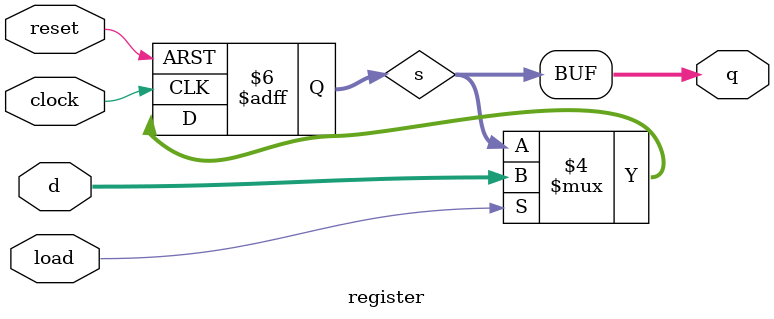
<source format=v>
module register(
    input  reset,
    input  clock,
    input  load,
    input  [3:0] d,
    output [3:0] q
);

    reg [3:0] s;
    
    always @(posedge clock or negedge reset)
    begin
        if (!reset)
        begin
            s <= 4'b0;
        end 
        else if(load)
        begin
            s <= d;
        end
        else
        begin
            s <= s;
        end
    end
    
    assign q = s;

endmodule
</source>
